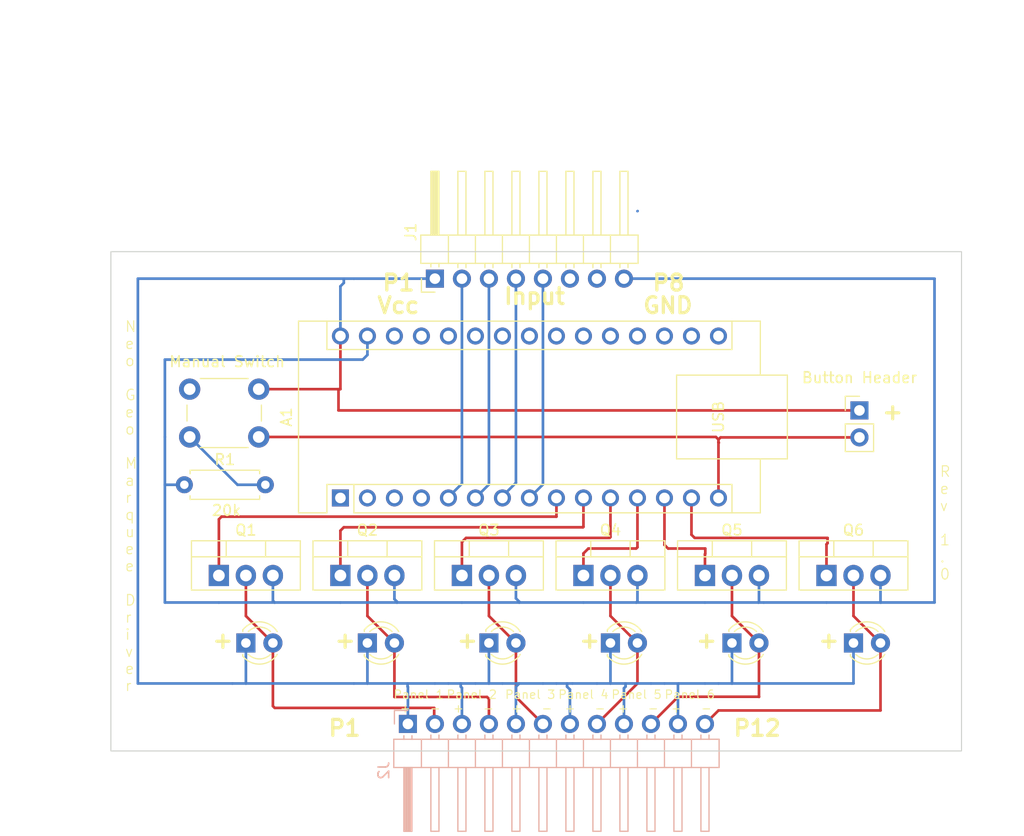
<source format=kicad_pcb>
(kicad_pcb (version 20241229) (generator "pcbnew") (generator_version "9.0")
  (layers (0 "F.Cu" signal) (2 "B.Cu" signal) (13 "F.Paste" user) (15 "B.Paste" user) (5 "F.SilkS" user "F.Silkscreen") (7 "B.SilkS" user "B.Silkscreen") (1 "F.Mask" user) (3 "B.Mask" user) (25 "Edge.Cuts" user))
  (net 0 "")
  (footprint "MountingHole:MountingHole_3.2mm_M3" (layer "F.Cu") (at 161.04 63.59)
    (property "Reference" "REF**" (hide yes))
    (property "Value" "MountingHole_3.2mm_M3")
    (pad "" np_thru_hole circle (at 0 0) (size 3.2 3.2) (drill 3.2) (layers "*.Cu" "*.Mask"))
  )
  (footprint "LED_THT:LED_D3.0mm" (layer "F.Cu") (at 100.33 93.98)
    (property "Reference" "D1" (hide yes))
    (property "Value" "LED_D3.0mm")
    (pad "1" thru_hole rect (at 0 0) (size 1.8 1.8) (drill 0.9) (layers "*.Cu" "*.Mask"))
    (pad "2" thru_hole circle (at 2.54 0) (size 1.8 1.8) (drill 0.9) (layers "*.Cu" "*.Mask"))
  )
  (footprint "Resistor_THT:R_Axial_DIN0207_L6.3mm_D2.5mm_P7.62mm_Horizontal" (layer "F.Cu") (at 94.54 79.09)
    (property "Reference" "R1" (at 3.81 -2.37 0) (layer "F.SilkS"))
    (property "Value" "R_Axial_DIN0207_L6.3mm_D2.5mm_P7.62mm_Horizontal")
    (pad "1" thru_hole circle (at 0 0) (size 1.6 1.6) (drill 0.8) (layers "*.Cu" "*.Mask"))
    (pad "2" thru_hole oval (at 7.62 0) (size 1.6 1.6) (drill 0.8) (layers "*.Cu" "*.Mask"))
  )
  (footprint "LED_THT:LED_D3.0mm" (layer "F.Cu") (at 157.48 93.98)
    (property "Reference" "D6" (hide yes))
    (property "Value" "LED_D3.0mm")
    (pad "1" thru_hole rect (at 0 0) (size 1.8 1.8) (drill 0.9) (layers "*.Cu" "*.Mask"))
    (pad "2" thru_hole circle (at 2.54 0) (size 1.8 1.8) (drill 0.9) (layers "*.Cu" "*.Mask"))
  )
  (footprint "LED_THT:LED_D3.0mm" (layer "F.Cu") (at 146.05 93.98)
    (property "Reference" "D5" (hide yes))
    (property "Value" "LED_D3.0mm")
    (pad "1" thru_hole rect (at 0 0) (size 1.8 1.8) (drill 0.9) (layers "*.Cu" "*.Mask"))
    (pad "2" thru_hole circle (at 2.54 0) (size 1.8 1.8) (drill 0.9) (layers "*.Cu" "*.Mask"))
  )
  (footprint "Package_TO_SOT_THT:TO-220-3_Vertical" (layer "F.Cu") (at 154.94 87.63)
    (property "Reference" "Q6" (at 2.54 -4.27 0) (layer "F.SilkS"))
    (property "Value" "TO-220-3_Vertical")
    (pad "1" thru_hole rect (at 0 0) (size 1.905 2) (drill 1.1) (layers "*.Cu" "*.Mask"))
    (pad "2" thru_hole oval (at 2.54 0) (size 1.905 2) (drill 1.1) (layers "*.Cu" "*.Mask"))
    (pad "3" thru_hole oval (at 5.08 0) (size 1.905 2) (drill 1.1) (layers "*.Cu" "*.Mask"))
  )
  (footprint "Connector_PinHeader_2.54mm:PinHeader_1x02_P2.54mm_Vertical" (layer "F.Cu") (at 158.04 72.09)
    (property "Reference" "REF**" (hide yes))
    (property "Value" "PinHeader_1x02_P2.54mm_Vertical")
    (pad "1" thru_hole rect (at 0 0) (size 1.7 1.7) (drill 1) (layers "*.Cu" "*.Mask"))
    (pad "2" thru_hole oval (at 0 2.54) (size 1.7 1.7) (drill 1) (layers "*.Cu" "*.Mask"))
  )
  (footprint "Package_TO_SOT_THT:TO-220-3_Vertical" (layer "F.Cu") (at 109.22 87.63)
    (property "Reference" "Q2" (at 2.54 -4.27 0) (layer "F.SilkS"))
    (property "Value" "TO-220-3_Vertical")
    (pad "1" thru_hole rect (at 0 0) (size 1.905 2) (drill 1.1) (layers "*.Cu" "*.Mask"))
    (pad "2" thru_hole oval (at 2.54 0) (size 1.905 2) (drill 1.1) (layers "*.Cu" "*.Mask"))
    (pad "3" thru_hole oval (at 5.08 0) (size 1.905 2) (drill 1.1) (layers "*.Cu" "*.Mask"))
  )
  (footprint "MountingHole:MountingHole_3.2mm_M3" (layer "F.Cu") (at 164.04 100.59)
    (property "Reference" "REF**" (hide yes))
    (property "Value" "MountingHole_3.2mm_M3")
    (pad "" np_thru_hole circle (at 0 0) (size 3.2 3.2) (drill 3.2) (layers "*.Cu" "*.Mask"))
  )
  (footprint "MountingHole:MountingHole_3.2mm_M3" (layer "F.Cu") (at 94.54 63.59)
    (property "Reference" "REF**" (hide yes))
    (property "Value" "MountingHole_3.2mm_M3")
    (pad "" np_thru_hole circle (at 0 0) (size 3.2 3.2) (drill 3.2) (layers "*.Cu" "*.Mask"))
  )
  (footprint "Button_Switch_THT:SW_PUSH_6mm_H5mm" (layer "F.Cu") (at 95.04 70.09)
    (property "Reference" "REF**" (hide yes))
    (property "Value" "SW_PUSH_6mm_H5mm")
    (pad "1" thru_hole circle (at 0 0 90) (size 2 2) (drill 1.1) (layers "*.Cu" "*.Mask"))
    (pad "1" thru_hole circle (at 6.5 0 90) (size 2 2) (drill 1.1) (layers "*.Cu" "*.Mask"))
    (pad "2" thru_hole circle (at 0 4.5 90) (size 2 2) (drill 1.1) (layers "*.Cu" "*.Mask"))
    (pad "2" thru_hole circle (at 6.5 4.5 90) (size 2 2) (drill 1.1) (layers "*.Cu" "*.Mask"))
  )
  (footprint "LED_THT:LED_D3.0mm" (layer "F.Cu") (at 134.62 93.98)
    (property "Reference" "D4" (hide yes))
    (property "Value" "LED_D3.0mm")
    (pad "1" thru_hole rect (at 0 0) (size 1.8 1.8) (drill 0.9) (layers "*.Cu" "*.Mask"))
    (pad "2" thru_hole circle (at 2.54 0) (size 1.8 1.8) (drill 0.9) (layers "*.Cu" "*.Mask"))
  )
  (footprint "LED_THT:LED_D3.0mm" (layer "F.Cu") (at 123.19 93.98)
    (property "Reference" "D3" (hide yes))
    (property "Value" "LED_D3.0mm")
    (pad "1" thru_hole rect (at 0 0) (size 1.8 1.8) (drill 0.9) (layers "*.Cu" "*.Mask"))
    (pad "2" thru_hole circle (at 2.54 0) (size 1.8 1.8) (drill 0.9) (layers "*.Cu" "*.Mask"))
  )
  (footprint "Package_TO_SOT_THT:TO-220-3_Vertical" (layer "F.Cu") (at 143.51 87.63)
    (property "Reference" "Q5" (at 2.54 -4.27 0) (layer "F.SilkS"))
    (property "Value" "TO-220-3_Vertical")
    (pad "1" thru_hole rect (at 0 0) (size 1.905 2) (drill 1.1) (layers "*.Cu" "*.Mask"))
    (pad "2" thru_hole oval (at 2.54 0) (size 1.905 2) (drill 1.1) (layers "*.Cu" "*.Mask"))
    (pad "3" thru_hole oval (at 5.08 0) (size 1.905 2) (drill 1.1) (layers "*.Cu" "*.Mask"))
  )
  (footprint "Package_TO_SOT_THT:TO-220-3_Vertical" (layer "F.Cu") (at 132.08 87.63)
    (property "Reference" "Q4" (at 2.54 -4.27 0) (layer "F.SilkS"))
    (property "Value" "TO-220-3_Vertical")
    (pad "1" thru_hole rect (at 0 0) (size 1.905 2) (drill 1.1) (layers "*.Cu" "*.Mask"))
    (pad "2" thru_hole oval (at 2.54 0) (size 1.905 2) (drill 1.1) (layers "*.Cu" "*.Mask"))
    (pad "3" thru_hole oval (at 5.08 0) (size 1.905 2) (drill 1.1) (layers "*.Cu" "*.Mask"))
  )
  (footprint "Package_TO_SOT_THT:TO-220-3_Vertical" (layer "F.Cu") (at 120.65 87.63)
    (property "Reference" "Q3" (at 2.54 -4.27 0) (layer "F.SilkS"))
    (property "Value" "TO-220-3_Vertical")
    (pad "1" thru_hole rect (at 0 0) (size 1.905 2) (drill 1.1) (layers "*.Cu" "*.Mask"))
    (pad "2" thru_hole oval (at 2.54 0) (size 1.905 2) (drill 1.1) (layers "*.Cu" "*.Mask"))
    (pad "3" thru_hole oval (at 5.08 0) (size 1.905 2) (drill 1.1) (layers "*.Cu" "*.Mask"))
  )
  (footprint "Package_TO_SOT_THT:TO-220-3_Vertical" (layer "F.Cu") (at 97.79 87.63)
    (property "Reference" "Q1" (at 2.54 -4.27 0) (layer "F.SilkS"))
    (property "Value" "TO-220-3_Vertical")
    (pad "1" thru_hole rect (at 0 0) (size 1.905 2) (drill 1.1) (layers "*.Cu" "*.Mask"))
    (pad "2" thru_hole oval (at 2.54 0) (size 1.905 2) (drill 1.1) (layers "*.Cu" "*.Mask"))
    (pad "3" thru_hole oval (at 5.08 0) (size 1.905 2) (drill 1.1) (layers "*.Cu" "*.Mask"))
  )
  (footprint "Module:Arduino_Nano_WithMountingHoles" (layer "F.Cu") (at 109.22 80.33 90)
    (property "Reference" "A1" (at 7.62 -5.08 90) (layer "F.SilkS"))
    (property "Value" "Arduino_Nano_WithMountingHoles")
    (fp_text user "USB" (at 7.62 35.56 90) (layer "F.SilkS"))
    (pad "" np_thru_hole circle (at 0 -2.54 90) (size 1.78 1.78) (drill 1.78) (layers "*.Cu" "*.Mask"))
    (pad "" np_thru_hole circle (at 0 38.1 90) (size 1.78 1.78) (drill 1.78) (layers "*.Cu" "*.Mask"))
    (pad "" np_thru_hole circle (at 15.24 -2.54 90) (size 1.78 1.78) (drill 1.78) (layers "*.Cu" "*.Mask"))
    (pad "" np_thru_hole circle (at 15.24 38.1 90) (size 1.78 1.78) (drill 1.78) (layers "*.Cu" "*.Mask"))
    (pad "3V3 Out" thru_hole oval (at 15.24 33.02 90) (size 1.6 1.6) (drill 1) (layers "*.Cu" "*.Mask"))
    (pad "5V Out" thru_hole oval (at 15.24 7.62 90) (size 1.6 1.6) (drill 1) (layers "*.Cu" "*.Mask"))
    (pad "A0" thru_hole oval (at 15.24 27.94 90) (size 1.6 1.6) (drill 1) (layers "*.Cu" "*.Mask"))
    (pad "A1" thru_hole oval (at 15.24 25.4 90) (size 1.6 1.6) (drill 1) (layers "*.Cu" "*.Mask"))
    (pad "A2" thru_hole oval (at 15.24 22.86 90) (size 1.6 1.6) (drill 1) (layers "*.Cu" "*.Mask"))
    (pad "A3" thru_hole oval (at 15.24 20.32 90) (size 1.6 1.6) (drill 1) (layers "*.Cu" "*.Mask"))
    (pad "A4" thru_hole oval (at 15.24 17.78 90) (size 1.6 1.6) (drill 1) (layers "*.Cu" "*.Mask"))
    (pad "A5" thru_hole oval (at 15.24 15.24 90) (size 1.6 1.6) (drill 1) (layers "*.Cu" "*.Mask"))
    (pad "A6" thru_hole oval (at 15.24 12.7 90) (size 1.6 1.6) (drill 1) (layers "*.Cu" "*.Mask"))
    (pad "A7" thru_hole oval (at 15.24 10.16 90) (size 1.6 1.6) (drill 1) (layers "*.Cu" "*.Mask"))
    (pad "D2" thru_hole oval (at 0 10.16 90) (size 1.6 1.6) (drill 1) (layers "*.Cu" "*.Mask"))
    (pad "D3" thru_hole oval (at 0 12.7 90) (size 1.6 1.6) (drill 1) (layers "*.Cu" "*.Mask"))
    (pad "D4" thru_hole oval (at 0 15.24 90) (size 1.6 1.6) (drill 1) (layers "*.Cu" "*.Mask"))
    (pad "D5" thru_hole oval (at 0 17.78 90) (size 1.6 1.6) (drill 1) (layers "*.Cu" "*.Mask"))
    (pad "D6" thru_hole oval (at 0 20.32 90) (size 1.6 1.6) (drill 1) (layers "*.Cu" "*.Mask"))
    (pad "D7" thru_hole oval (at 0 22.86 90) (size 1.6 1.6) (drill 1) (layers "*.Cu" "*.Mask"))
    (pad "D8" thru_hole oval (at 0 25.4 90) (size 1.6 1.6) (drill 1) (layers "*.Cu" "*.Mask"))
    (pad "D9" thru_hole oval (at 0 27.94 90) (size 1.6 1.6) (drill 1) (layers "*.Cu" "*.Mask"))
    (pad "D10" thru_hole oval (at 0 30.48 90) (size 1.6 1.6) (drill 1) (layers "*.Cu" "*.Mask"))
    (pad "D11" thru_hole oval (at 0 33.02 90) (size 1.6 1.6) (drill 1) (layers "*.Cu" "*.Mask"))
    (pad "D12" thru_hole oval (at 0 35.56 90) (size 1.6 1.6) (drill 1) (layers "*.Cu" "*.Mask"))
    (pad "D13" thru_hole oval (at 15.24 35.56 90) (size 1.6 1.6) (drill 1) (layers "*.Cu" "*.Mask"))
    (pad "GND" thru_hole oval (at 0 7.62 90) (size 1.6 1.6) (drill 1) (layers "*.Cu" "*.Mask"))
    (pad "GND" thru_hole oval (at 15.24 2.54 90) (size 1.6 1.6) (drill 1) (layers "*.Cu" "*.Mask"))
    (pad "REF" thru_hole oval (at 15.24 30.48 90) (size 1.6 1.6) (drill 1) (layers "*.Cu" "*.Mask"))
    (pad "RST" thru_hole oval (at 0 5.08 90) (size 1.6 1.6) (drill 1) (layers "*.Cu" "*.Mask"))
    (pad "RST" thru_hole oval (at 15.24 5.08 90) (size 1.6 1.6) (drill 1) (layers "*.Cu" "*.Mask"))
    (pad "RX0" thru_hole oval (at 0 2.54 90) (size 1.6 1.6) (drill 1) (layers "*.Cu" "*.Mask"))
    (pad "TX1" thru_hole rect (at 0 0 90) (size 1.6 1.6) (drill 1) (layers "*.Cu" "*.Mask"))
    (pad "Vin" thru_hole oval (at 15.24 0 90) (size 1.6 1.6) (drill 1) (layers "*.Cu" "*.Mask"))
  )
  (footprint "Connector_PinHeader_2.54mm:PinHeader_1x08_P2.54mm_Horizontal" (layer "F.Cu") (at 118.11 59.69 90)
    (property "Reference" "J1" (at 4.385 -2.27 90) (layer "F.SilkS"))
    (property "Value" "PinHeader_1x08_P2.54mm_Horizontal")
    (pad "1" thru_hole rect (at 0 0 90) (size 1.7 1.7) (drill 1) (layers "*.Cu" "*.Mask"))
    (pad "2" thru_hole oval (at 0 2.54 90) (size 1.7 1.7) (drill 1) (layers "*.Cu" "*.Mask"))
    (pad "3" thru_hole oval (at 0 5.08 90) (size 1.7 1.7) (drill 1) (layers "*.Cu" "*.Mask"))
    (pad "4" thru_hole oval (at 0 7.62 90) (size 1.7 1.7) (drill 1) (layers "*.Cu" "*.Mask"))
    (pad "5" thru_hole oval (at 0 10.16 90) (size 1.7 1.7) (drill 1) (layers "*.Cu" "*.Mask"))
    (pad "6" thru_hole oval (at 0 12.7 90) (size 1.7 1.7) (drill 1) (layers "*.Cu" "*.Mask"))
    (pad "7" thru_hole oval (at 0 15.24 90) (size 1.7 1.7) (drill 1) (layers "*.Cu" "*.Mask"))
    (pad "8" thru_hole oval (at 0 17.78 90) (size 1.7 1.7) (drill 1) (layers "*.Cu" "*.Mask"))
  )
  (footprint "LED_THT:LED_D3.0mm" (layer "F.Cu") (at 111.76 93.98)
    (property "Reference" "D2" (hide yes))
    (property "Value" "LED_D3.0mm")
    (pad "1" thru_hole rect (at 0 0) (size 1.8 1.8) (drill 0.9) (layers "*.Cu" "*.Mask"))
    (pad "2" thru_hole circle (at 2.54 0) (size 1.8 1.8) (drill 0.9) (layers "*.Cu" "*.Mask"))
  )
  (footprint "Connector_PinHeader_2.54mm:PinHeader_1x12_P2.54mm_Horizontal" (layer "B.Cu") (at 115.57 101.6 -90)
    (property "Reference" "J2" (at 4.385 2.27 90) (layer "B.SilkS") (effects (justify mirror)))
    (property "Value" "PinHeader_1x12_P2.54mm_Horizontal" (hide yes))
    (pad "1" thru_hole rect (at 0 0 270) (size 1.7 1.7) (drill 1) (layers "*.Cu" "*.Mask"))
    (pad "2" thru_hole oval (at 0 -2.54 270) (size 1.7 1.7) (drill 1) (layers "*.Cu" "*.Mask"))
    (pad "3" thru_hole oval (at 0 -5.08 270) (size 1.7 1.7) (drill 1) (layers "*.Cu" "*.Mask"))
    (pad "4" thru_hole oval (at 0 -7.62 270) (size 1.7 1.7) (drill 1) (layers "*.Cu" "*.Mask"))
    (pad "5" thru_hole oval (at 0 -10.16 270) (size 1.7 1.7) (drill 1) (layers "*.Cu" "*.Mask"))
    (pad "6" thru_hole oval (at 0 -12.7 270) (size 1.7 1.7) (drill 1) (layers "*.Cu" "*.Mask"))
    (pad "7" thru_hole oval (at 0 -15.24 270) (size 1.7 1.7) (drill 1) (layers "*.Cu" "*.Mask"))
    (pad "8" thru_hole oval (at 0 -17.78 270) (size 1.7 1.7) (drill 1) (layers "*.Cu" "*.Mask"))
    (pad "9" thru_hole oval (at 0 -20.32 270) (size 1.7 1.7) (drill 1) (layers "*.Cu" "*.Mask"))
    (pad "10" thru_hole oval (at 0 -22.86 270) (size 1.7 1.7) (drill 1) (layers "*.Cu" "*.Mask"))
    (pad "11" thru_hole oval (at 0 -25.4 270) (size 1.7 1.7) (drill 1) (layers "*.Cu" "*.Mask"))
    (pad "12" thru_hole oval (at 0 -27.94 270) (size 1.7 1.7) (drill 1) (layers "*.Cu" "*.Mask"))
  )
  (gr_rect (start 87.63 57.15) (end 167.64 104.14) (stroke (width 0.1)) (fill no) (layer "Edge.Cuts"))
  (gr_text " Panel 1\n  +   -" (at 113.54 100.59 0) (layer "F.SilkS") (effects (font (size 0.8 0.8) (thickness 0.1)) (justify left bottom)))
  (gr_text "20k" (at 97.04 82.09 0) (layer "F.SilkS") (effects (font (size 1 1)) (justify left bottom)))
  (gr_text " Panel 3\n  +   -" (at 124.04 100.59 0) (layer "F.SilkS") (effects (font (size 0.8 0.8) (thickness 0.1)) (justify left bottom)))
  (gr_text "+" (at 120.04 94.59 0) (layer "F.SilkS") (effects (font (size 1.5 1.5) (thickness 0.3) (bold yes)) (justify left bottom)))
  (gr_text "Input" (at 124.46 62.23 0) (layer "F.SilkS") (effects (font (size 1.5 1.5) (thickness 0.3) (bold yes)) (justify left bottom)))
  (gr_text "GND" (at 137.54 63.09 0) (layer "F.SilkS") (effects (font (size 1.5 1.5) (thickness 0.3) (bold yes)) (justify left bottom)))
  (gr_text " Panel 5\n  +   -" (at 134.04 100.59 0) (layer "F.SilkS") (effects (font (size 0.8 0.8) (thickness 0.1)) (justify left bottom)))
  (gr_text " Panel 4\n  +   -" (at 129.04 100.59 0) (layer "F.SilkS") (effects (font (size 0.8 0.8) (thickness 0.1)) (justify left bottom)))
  (gr_text "P1" (at 107.95 102.87 0) (layer "F.SilkS") (effects (font (size 1.5 1.5) (thickness 0.3) (bold yes)) (justify left bottom)))
  (gr_text "R\ne\nv\n\n1\n.\n0" (at 165.54 88.09 0) (layer "F.SilkS") (effects (font (size 1 1) (thickness 0.1)) (justify left bottom)))
  (gr_text " Panel 6\n  +   -" (at 139.04 100.59 0) (layer "F.SilkS") (effects (font (size 0.8 0.8) (thickness 0.1)) (justify left bottom)))
  (gr_text "P1" (at 113.03 60.96 0) (layer "F.SilkS") (effects (font (size 1.5 1.5) (thickness 0.3) (bold yes)) (justify left bottom)))
  (gr_text "P12" (at 146.05 102.87 0) (layer "F.SilkS") (effects (font (size 1.5 1.5) (thickness 0.3) (bold yes)) (justify left bottom)))
  (gr_text "Vcc" (at 112.54 63.09 0) (layer "F.SilkS") (effects (font (size 1.5 1.5) (thickness 0.3) (bold yes)) (justify left bottom)))
  (gr_text "+" (at 154.04 94.59 0) (layer "F.SilkS") (effects (font (size 1.5 1.5) (thickness 0.3) (bold yes)) (justify left bottom)))
  (gr_text " Panel 2\n  +   -" (at 118.54 100.59 0) (layer "F.SilkS") (effects (font (size 0.8 0.8) (thickness 0.1)) (justify left bottom)))
  (gr_text "Button Header" (at 152.54 69.59 0) (layer "F.SilkS") (effects (font (size 1 1)) (justify left bottom)))
  (gr_text "+" (at 108.54 94.59 0) (layer "F.SilkS") (effects (font (size 1.5 1.5) (thickness 0.3) (bold yes)) (justify left bottom)))
  (gr_text "+" (at 131.54 94.59 0) (layer "F.SilkS") (effects (font (size 1.5 1.5) (thickness 0.3) (bold yes)) (justify left bottom)))
  (gr_text "P8" (at 138.43 60.96 0) (layer "F.SilkS") (effects (font (size 1.5 1.5) (thickness 0.3) (bold yes)) (justify left bottom)))
  (gr_text "+" (at 97.04 94.59 0) (layer "F.SilkS") (effects (font (size 1.5 1.5) (thickness 0.3) (bold yes)) (justify left bottom)))
  (gr_text "Manual Switch" (at 93.04 68.09 0) (layer "F.SilkS") (effects (font (size 1 1)) (justify left bottom)))
  (gr_text "+" (at 160.04 73.09 0) (layer "F.SilkS") (effects (font (size 1.5 1.5) (thickness 0.3) (bold yes)) (justify left bottom)))
  (gr_text "+" (at 142.54 94.59 0) (layer "F.SilkS") (effects (font (size 1.5 1.5) (thickness 0.3) (bold yes)) (justify left bottom)))
  (gr_text "N\ne\no\n\nG\ne\no\n\nM\na\nr\nq\nu\ne\ne\n\nD\nr\ni\nv\ne\nr" (at 88.9 98.59 0) (layer "F.SilkS") (effects (font (size 1 1) (thickness 0.1)) (justify left bottom)))
  (segment (start 134.62 84.01) (end 134.54 84.09) (width 0.25) (layer "F.Cu") (net 0))
  (segment (start 109.04 70.09) (end 109.22 70.09) (width 0.25) (layer "F.Cu") (net 0))
  (segment (start 102.87 93.98) (end 102.87 99.92) (width 0.25) (layer "F.Cu") (net 0))
  (segment (start 158.04 72.09) (end 109.04 72.09) (width 0.25) (layer "F.Cu") (net 0))
  (segment (start 114.3 99.06) (end 123.01 99.06) (width 0.25) (layer "F.Cu") (net 0))
  (segment (start 111.76 87.63) (end 111.76 91.44) (width 0.25) (layer "F.Cu") (net 0))
  (segment (start 97.79 82.34) (end 97.79 87.63) (width 0.25) (layer "F.Cu") (net 0))
  (segment (start 132.54 85.09) (end 132.08 85.55) (width 0.25) (layer "F.Cu") (net 0))
  (segment (start 125.73 93.98) (end 125.73 99.06) (width 0.25) (layer "F.Cu") (net 0))
  (segment (start 157.48 91.44) (end 160.02 93.98) (width 0.25) (layer "F.Cu") (net 0))
  (segment (start 154.94 84.69) (end 154.94 87.63) (width 0.25) (layer "F.Cu") (net 0))
  (segment (start 100.33 87.63) (end 100.33 91.44) (width 0.25) (layer "F.Cu") (net 0))
  (segment (start 118.04 100.09) (end 118.04 101.53) (width 0.25) (layer "F.Cu") (net 0))
  (segment (start 102.87 99.92) (end 103.04 100.09) (width 0.25) (layer "F.Cu") (net 0))
  (segment (start 114.3 93.98) (end 114.3 99.06) (width 0.25) (layer "F.Cu") (net 0))
  (segment (start 109.22 70.09) (end 109.22 65.09) (width 0.25) (layer "F.Cu") (net 0))
  (segment (start 143.54 85.59) (end 143.51 85.62) (width 0.25) (layer "F.Cu") (net 0))
  (segment (start 123.19 99.24) (end 123.19 101.6) (width 0.25) (layer "F.Cu") (net 0))
  (segment (start 137.16 97.79) (end 133.35 101.6) (width 0.25) (layer "F.Cu") (net 0))
  (segment (start 125.73 99.06) (end 128.27 101.6) (width 0.25) (layer "F.Cu") (net 0))
  (segment (start 109.22 83.41) (end 109.22 87.63) (width 0.25) (layer "F.Cu") (net 0))
  (segment (start 111.76 91.44) (end 114.3 93.98) (width 0.25) (layer "F.Cu") (net 0))
  (segment (start 155.04 84.09) (end 155.04 84.59) (width 0.25) (layer "F.Cu") (net 0))
  (segment (start 140.04 85.09) (end 143.54 85.09) (width 0.25) (layer "F.Cu") (net 0))
  (segment (start 142.24 80.33) (end 142.24 83.79) (width 0.25) (layer "F.Cu") (net 0))
  (segment (start 132.04 83.09) (end 109.54 83.09) (width 0.25) (layer "F.Cu") (net 0))
  (segment (start 137.16 84.97) (end 137.04 85.09) (width 0.25) (layer "F.Cu") (net 0))
  (segment (start 134.62 87.63) (end 134.62 91.44) (width 0.25) (layer "F.Cu") (net 0))
  (segment (start 109.54 83.09) (end 109.22 83.41) (width 0.25) (layer "F.Cu") (net 0))
  (segment (start 121.04 84.09) (end 120.65 84.48) (width 0.25) (layer "F.Cu") (net 0))
  (segment (start 95.04 78.59) (end 94.54 79.09) (width 0.25) (layer "F.Cu") (net 0))
  (segment (start 148.59 99.04) (end 140.99 99.04) (width 0.25) (layer "F.Cu") (net 0))
  (segment (start 103.04 100.09) (end 118.04 100.09) (width 0.25) (layer "F.Cu") (net 0))
  (segment (start 143.51 85.62) (end 143.51 87.63) (width 0.25) (layer "F.Cu") (net 0))
  (segment (start 137.04 85.09) (end 132.54 85.09) (width 0.25) (layer "F.Cu") (net 0))
  (segment (start 144.78 74.83) (end 144.78 75.09) (width 0.25) (layer "F.Cu") (net 0))
  (segment (start 143.54 85.09) (end 143.54 85.59) (width 0.25) (layer "F.Cu") (net 0))
  (segment (start 157.48 87.63) (end 157.48 91.44) (width 0.25) (layer "F.Cu") (net 0))
  (segment (start 144.82 75.13) (end 144.78 75.09) (width 0.25) (layer "F.Cu") (net 0))
  (segment (start 132.08 85.55) (end 132.08 87.63) (width 0.25) (layer "F.Cu") (net 0))
  (segment (start 146.05 87.63) (end 146.05 91.44) (width 0.25) (layer "F.Cu") (net 0))
  (segment (start 129.54 82.09) (end 98.04 82.09) (width 0.25) (layer "F.Cu") (net 0))
  (segment (start 109.04 72.09) (end 109.04 70.09) (width 0.25) (layer "F.Cu") (net 0))
  (segment (start 144.54 74.59) (end 144.78 74.83) (width 0.25) (layer "F.Cu") (net 0))
  (segment (start 123.19 87.63) (end 123.19 91.44) (width 0.25) (layer "F.Cu") (net 0))
  (segment (start 144.78 100.33) (end 143.51 101.6) (width 0.25) (layer "F.Cu") (net 0))
  (segment (start 144.98 74.63) (end 144.78 74.83) (width 0.25) (layer "F.Cu") (net 0))
  (segment (start 101.54 74.59) (end 144.54 74.59) (width 0.25) (layer "F.Cu") (net 0))
  (segment (start 139.7 80.33) (end 139.7 84.75) (width 0.25) (layer "F.Cu") (net 0))
  (segment (start 98.04 82.09) (end 97.79 82.34) (width 0.25) (layer "F.Cu") (net 0))
  (segment (start 137.16 93.98) (end 137.16 97.79) (width 0.25) (layer "F.Cu") (net 0))
  (segment (start 144.78 75.09) (end 144.78 80.33) (width 0.25) (layer "F.Cu") (net 0))
  (segment (start 148.59 99.04) (end 148.59 99.06) (width 0.25) (layer "F.Cu") (net 0))
  (segment (start 123.19 91.44) (end 125.73 93.98) (width 0.25) (layer "F.Cu") (net 0))
  (segment (start 134.54 84.09) (end 121.04 84.09) (width 0.25) (layer "F.Cu") (net 0))
  (segment (start 132.08 83.05) (end 132.04 83.09) (width 0.25) (layer "F.Cu") (net 0))
  (segment (start 101.54 70.09) (end 109.04 70.09) (width 0.25) (layer "F.Cu") (net 0))
  (segment (start 137.16 80.33) (end 137.16 84.97) (width 0.25) (layer "F.Cu") (net 0))
  (segment (start 148.59 93.98) (end 148.59 99.04) (width 0.25) (layer "F.Cu") (net 0))
  (segment (start 139.7 84.75) (end 140.04 85.09) (width 0.25) (layer "F.Cu") (net 0))
  (segment (start 160.02 100.33) (end 144.78 100.33) (width 0.25) (layer "F.Cu") (net 0))
  (segment (start 123.01 99.06) (end 123.19 99.24) (width 0.25) (layer "F.Cu") (net 0))
  (segment (start 142.24 83.79) (end 142.54 84.09) (width 0.25) (layer "F.Cu") (net 0))
  (segment (start 146.05 91.44) (end 148.59 93.98) (width 0.25) (layer "F.Cu") (net 0))
  (segment (start 160.02 93.98) (end 160.02 100.33) (width 0.25) (layer "F.Cu") (net 0))
  (segment (start 120.65 84.48) (end 120.65 87.63) (width 0.25) (layer "F.Cu") (net 0))
  (segment (start 100.33 91.44) (end 102.87 93.98) (width 0.25) (layer "F.Cu") (net 0))
  (segment (start 140.99 99.04) (end 138.43 101.6) (width 0.25) (layer "F.Cu") (net 0))
  (segment (start 158.04 74.63) (end 144.98 74.63) (width 0.25) (layer "F.Cu") (net 0))
  (segment (start 134.62 80.33) (end 134.62 84.01) (width 0.25) (layer "F.Cu") (net 0))
  (segment (start 134.62 91.44) (end 137.16 93.98) (width 0.25) (layer "F.Cu") (net 0))
  (segment (start 132.08 80.33) (end 132.08 83.05) (width 0.25) (layer "F.Cu") (net 0))
  (segment (start 129.54 80.33) (end 129.54 82.09) (width 0.25) (layer "F.Cu") (net 0))
  (segment (start 118.04 101.53) (end 118.11 101.6) (width 0.25) (layer "F.Cu") (net 0))
  (segment (start 142.54 84.09) (end 155.04 84.09) (width 0.25) (layer "F.Cu") (net 0))
  (segment (start 155.04 84.59) (end 154.94 84.69) (width 0.25) (layer "F.Cu") (net 0))
  (segment (start 90.17 97.79) (end 99.06 97.79) (width 0.25) (layer "B.Cu") (net 0))
  (segment (start 97.79 90.17) (end 92.71 90.17) (width 0.25) (layer "B.Cu") (net 0))
  (segment (start 125.73 89.78) (end 125.73 87.63) (width 0.25) (layer "B.Cu") (net 0))
  (segment (start 138.43 97.79) (end 139.7 97.79) (width 0.25) (layer "B.Cu") (net 0))
  (segment (start 125.73 78.9) (end 124.62 80.01) (width 0.25) (layer "B.Cu") (net 0))
  (segment (start 114.3 97.79) (end 115.54 97.79) (width 0.25) (layer "B.Cu") (net 0))
  (segment (start 123.19 59.69) (end 123.19 79.06) (width 0.25) (layer "B.Cu") (net 0))
  (segment (start 126.04 90.17) (end 126.04 90.09) (width 0.25) (layer "B.Cu") (net 0))
  (segment (start 111.76 66.87) (end 111.76 65.09) (width 0.25) (layer "B.Cu") (net 0))
  (segment (start 123.19 97.79) (end 123.19 93.98) (width 0.25) (layer "B.Cu") (net 0))
  (segment (start 115.57 98.12) (end 115.57 101.6) (width 0.25) (layer "B.Cu") (net 0))
  (segment (start 97.79 90.17) (end 103.04 90.17) (width 0.25) (layer "B.Cu") (net 0))
  (segment (start 146.05 97.79) (end 157.48 97.79) (width 0.25) (layer "B.Cu") (net 0))
  (segment (start 143.51 97.79) (end 144.78 97.79) (width 0.25) (layer "B.Cu") (net 0))
  (segment (start 126.04 90.09) (end 125.73 89.78) (width 0.25) (layer "B.Cu") (net 0))
  (segment (start 137.04 90.17) (end 143.51 90.17) (width 0.25) (layer "B.Cu") (net 0))
  (segment (start 114.3 89.85) (end 114.3 87.63) (width 0.25) (layer "B.Cu") (net 0))
  (segment (start 125.73 59.69) (end 125.73 78.9) (width 0.25) (layer "B.Cu") (net 0))
  (segment (start 154.94 90.17) (end 160.04 90.17) (width 0.25) (layer "B.Cu") (net 0))
  (segment (start 133.35 97.79) (end 134.62 97.79) (width 0.25) (layer "B.Cu") (net 0))
  (segment (start 123.19 79.06) (end 121.92 80.33) (width 0.25) (layer "B.Cu") (net 0))
  (segment (start 124.62 80.01) (end 124.62 80.33) (width 0.25) (layer "B.Cu") (net 0))
  (segment (start 157.48 97.79) (end 157.48 93.98) (width 0.25) (layer "B.Cu") (net 0))
  (segment (start 137.16 53.34) (end 137.175 53.325) (width 0.25) (layer "B.Cu") (net 0))
  (segment (start 141.04 97.79) (end 140.97 97.86) (width 0.25) (layer "B.Cu") (net 0))
  (segment (start 132.08 90.17) (end 137.04 90.17) (width 0.25) (layer "B.Cu") (net 0))
  (segment (start 109.22 90.17) (end 114.54 90.17) (width 0.25) (layer "B.Cu") (net 0))
  (segment (start 120.54 98.09) (end 120.65 98.2) (width 0.25) (layer "B.Cu") (net 0))
  (segment (start 123.19 97.79) (end 124.46 97.79) (width 0.25) (layer "B.Cu") (net 0))
  (segment (start 160.02 90.15) (end 160.02 87.63) (width 0.25) (layer "B.Cu") (net 0))
  (segment (start 109.22 60.41) (end 109.22 65.09) (width 0.25) (layer "B.Cu") (net 0))
  (segment (start 114.54 90.09) (end 114.3 89.85) (width 0.25) (layer "B.Cu") (net 0))
  (segment (start 128.27 97.79) (end 129.54 97.79) (width 0.25) (layer "B.Cu") (net 0))
  (segment (start 136.04 97.79) (end 138.43 97.79) (width 0.25) (layer "B.Cu") (net 0))
  (segment (start 146.05 97.79) (end 146.05 93.98) (width 0.25) (layer "B.Cu") (net 0))
  (segment (start 102.87 90) (end 102.87 87.63) (width 0.25) (layer "B.Cu") (net 0))
  (segment (start 92.71 67.31) (end 111.32 67.31) (width 0.25) (layer "B.Cu") (net 0))
  (segment (start 109.54 59.69) (end 109.54 60.09) (width 0.25) (layer "B.Cu") (net 0))
  (segment (start 126.04 97.79) (end 128.27 97.79) (width 0.25) (layer "B.Cu") (net 0))
  (segment (start 95.04 74.59) (end 99.54 79.09) (width 0.25) (layer "B.Cu") (net 0))
  (segment (start 100.33 97.79) (end 100.33 93.98) (width 0.25) (layer "B.Cu") (net 0))
  (segment (start 130.54 98.09) (end 130.81 98.36) (width 0.25) (layer "B.Cu") (net 0))
  (segment (start 136.04 98.09) (end 135.89 98.24) (width 0.25) (layer "B.Cu") (net 0))
  (segment (start 124.46 97.79) (end 126.04 97.79) (width 0.25) (layer "B.Cu") (net 0))
  (segment (start 92.71 79.09) (end 92.71 74.59) (width 0.25) (layer "B.Cu") (net 0))
  (segment (start 109.54 60.09) (end 109.22 60.41) (width 0.25) (layer "B.Cu") (net 0))
  (segment (start 103.04 90.17) (end 109.22 90.17) (width 0.25) (layer "B.Cu") (net 0))
  (segment (start 120.65 78.98) (end 119.54 80.09) (width 0.25) (layer "B.Cu") (net 0))
  (segment (start 165.1 90.17) (end 165.1 59.69) (width 0.25) (layer "B.Cu") (net 0))
  (segment (start 111.32 67.31) (end 111.76 66.87) (width 0.25) (layer "B.Cu") (net 0))
  (segment (start 120.65 90.17) (end 126.04 90.17) (width 0.25) (layer "B.Cu") (net 0))
  (segment (start 135.89 98.24) (end 135.89 101.6) (width 0.25) (layer "B.Cu") (net 0))
  (segment (start 120.65 59.69) (end 120.65 78.98) (width 0.25) (layer "B.Cu") (net 0))
  (segment (start 134.62 97.79) (end 134.62 93.98) (width 0.25) (layer "B.Cu") (net 0))
  (segment (start 128.27 59.69) (end 128.27 79.06) (width 0.25) (layer "B.Cu") (net 0))
  (segment (start 109.54 59.69) (end 90.17 59.69) (width 0.25) (layer "B.Cu") (net 0))
  (segment (start 110.49 59.69) (end 118.11 59.69) (width 0.25) (layer "B.Cu") (net 0))
  (segment (start 90.17 59.69) (end 90.17 97.79) (width 0.25) (layer "B.Cu") (net 0))
  (segment (start 136.04 97.79) (end 136.04 98.09) (width 0.25) (layer "B.Cu") (net 0))
  (segment (start 128.27 79.06) (end 127 80.33) (width 0.25) (layer "B.Cu") (net 0))
  (segment (start 141.04 97.79) (end 143.51 97.79) (width 0.25) (layer "B.Cu") (net 0))
  (segment (start 160.04 90.17) (end 160.02 90.15) (width 0.25) (layer "B.Cu") (net 0))
  (segment (start 99.54 79.09) (end 102.16 79.09) (width 0.25) (layer "B.Cu") (net 0))
  (segment (start 130.81 98.36) (end 130.81 101.6) (width 0.25) (layer "B.Cu") (net 0))
  (segment (start 148.54 90.17) (end 149.04 90.17) (width 0.25) (layer "B.Cu") (net 0))
  (segment (start 92.71 90.17) (end 92.71 79.09) (width 0.25) (layer "B.Cu") (net 0))
  (segment (start 144.78 97.79) (end 146.05 97.79) (width 0.25) (layer "B.Cu") (net 0))
  (segment (start 137.16 90.05) (end 137.16 87.63) (width 0.25) (layer "B.Cu") (net 0))
  (segment (start 114.54 90.17) (end 114.54 90.09) (width 0.25) (layer "B.Cu") (net 0))
  (segment (start 148.59 90.12) (end 148.59 87.63) (width 0.25) (layer "B.Cu") (net 0))
  (segment (start 120.65 98.2) (end 120.65 101.6) (width 0.25) (layer "B.Cu") (net 0))
  (segment (start 110.49 97.79) (end 111.76 97.79) (width 0.25) (layer "B.Cu") (net 0))
  (segment (start 111.76 97.79) (end 111.76 93.98) (width 0.25) (layer "B.Cu") (net 0))
  (segment (start 140.97 97.86) (end 140.97 101.6) (width 0.25) (layer "B.Cu") (net 0))
  (segment (start 103.04 90.17) (end 102.87 90) (width 0.25) (layer "B.Cu") (net 0))
  (segment (start 118.11 97.79) (end 119.38 97.79) (width 0.25) (layer "B.Cu") (net 0))
  (segment (start 99.06 97.79) (end 100.33 97.79) (width 0.25) (layer "B.Cu") (net 0))
  (segment (start 121.92 97.79) (end 123.19 97.79) (width 0.25) (layer "B.Cu") (net 0))
  (segment (start 100.33 97.79) (end 110.49 97.79) (width 0.25) (layer "B.Cu") (net 0))
  (segment (start 120.54 97.79) (end 121.92 97.79) (width 0.25) (layer "B.Cu") (net 0))
  (segment (start 119.54 80.09) (end 119.54 80.33) (width 0.25) (layer "B.Cu") (net 0))
  (segment (start 131.04 97.79) (end 133.35 97.79) (width 0.25) (layer "B.Cu") (net 0))
  (segment (start 110.49 59.69) (end 109.54 59.69) (width 0.25) (layer "B.Cu") (net 0))
  (segment (start 160.04 90.17) (end 165.1 90.17) (width 0.25) (layer "B.Cu") (net 0))
  (segment (start 111.76 97.79) (end 114.3 97.79) (width 0.25) (layer "B.Cu") (net 0))
  (segment (start 115.54 97.79) (end 118.11 97.79) (width 0.25) (layer "B.Cu") (net 0))
  (segment (start 92.71 74.59) (end 92.71 67.31) (width 0.25) (layer "B.Cu") (net 0))
  (segment (start 120.54 97.79) (end 120.54 98.09) (width 0.25) (layer "B.Cu") (net 0))
  (segment (start 149.04 90.17) (end 154.94 90.17) (width 0.25) (layer "B.Cu") (net 0))
  (segment (start 129.54 97.79) (end 130.54 97.79) (width 0.25) (layer "B.Cu") (net 0))
  (segment (start 137.04 90.17) (end 137.16 90.05) (width 0.25) (layer "B.Cu") (net 0))
  (segment (start 126.04 97.79) (end 125.73 98.1) (width 0.25) (layer "B.Cu") (net 0))
  (segment (start 125.73 98.1) (end 125.73 101.6) (width 0.25) (layer "B.Cu") (net 0))
  (segment (start 114.54 90.17) (end 120.65 90.17) (width 0.25) (layer "B.Cu") (net 0))
  (segment (start 134.62 97.79) (end 136.04 97.79) (width 0.25) (layer "B.Cu") (net 0))
  (segment (start 130.54 97.79) (end 130.54 98.09) (width 0.25) (layer "B.Cu") (net 0))
  (segment (start 139.7 97.79) (end 141.04 97.79) (width 0.25) (layer "B.Cu") (net 0))
  (segment (start 130.54 97.79) (end 131.04 97.79) (width 0.25) (layer "B.Cu") (net 0))
  (segment (start 148.54 90.17) (end 148.59 90.12) (width 0.25) (layer "B.Cu") (net 0))
  (segment (start 115.54 98.09) (end 115.57 98.12) (width 0.25) (layer "B.Cu") (net 0))
  (segment (start 94.54 79.09) (end 92.71 79.09) (width 0.25) (layer "B.Cu") (net 0))
  (segment (start 165.1 59.69) (end 135.89 59.69) (width 0.25) (layer "B.Cu") (net 0))
  (segment (start 126.04 90.17) (end 132.08 90.17) (width 0.25) (layer "B.Cu") (net 0))
  (segment (start 115.54 97.79) (end 115.54 98.09) (width 0.25) (layer "B.Cu") (net 0))
  (segment (start 143.51 90.17) (end 148.54 90.17) (width 0.25) (layer "B.Cu") (net 0))
  (segment (start 119.38 97.79) (end 120.54 97.79) (width 0.25) (layer "B.Cu") (net 0))
)
</source>
